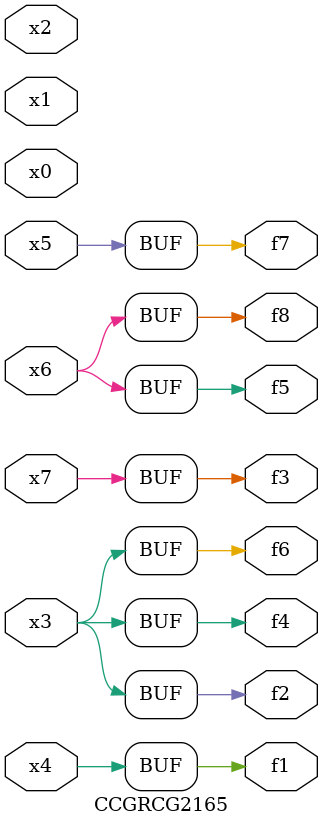
<source format=v>
module CCGRCG2165(
	input x0, x1, x2, x3, x4, x5, x6, x7,
	output f1, f2, f3, f4, f5, f6, f7, f8
);
	assign f1 = x4;
	assign f2 = x3;
	assign f3 = x7;
	assign f4 = x3;
	assign f5 = x6;
	assign f6 = x3;
	assign f7 = x5;
	assign f8 = x6;
endmodule

</source>
